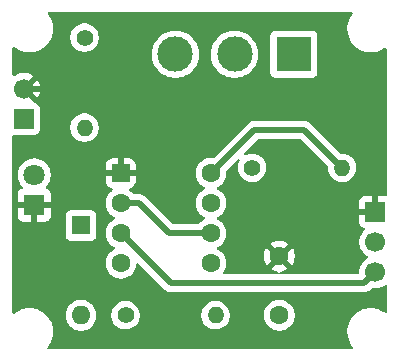
<source format=gtl>
G04 #@! TF.GenerationSoftware,KiCad,Pcbnew,9.0.1*
G04 #@! TF.CreationDate,2025-08-17T13:01:09+05:00*
G04 #@! TF.ProjectId,servo_tester,73657276-6f5f-4746-9573-7465722e6b69,rev?*
G04 #@! TF.SameCoordinates,Original*
G04 #@! TF.FileFunction,Copper,L1,Top*
G04 #@! TF.FilePolarity,Positive*
%FSLAX46Y46*%
G04 Gerber Fmt 4.6, Leading zero omitted, Abs format (unit mm)*
G04 Created by KiCad (PCBNEW 9.0.1) date 2025-08-17 13:01:09*
%MOMM*%
%LPD*%
G01*
G04 APERTURE LIST*
G04 Aperture macros list*
%AMRoundRect*
0 Rectangle with rounded corners*
0 $1 Rounding radius*
0 $2 $3 $4 $5 $6 $7 $8 $9 X,Y pos of 4 corners*
0 Add a 4 corners polygon primitive as box body*
4,1,4,$2,$3,$4,$5,$6,$7,$8,$9,$2,$3,0*
0 Add four circle primitives for the rounded corners*
1,1,$1+$1,$2,$3*
1,1,$1+$1,$4,$5*
1,1,$1+$1,$6,$7*
1,1,$1+$1,$8,$9*
0 Add four rect primitives between the rounded corners*
20,1,$1+$1,$2,$3,$4,$5,0*
20,1,$1+$1,$4,$5,$6,$7,0*
20,1,$1+$1,$6,$7,$8,$9,0*
20,1,$1+$1,$8,$9,$2,$3,0*%
G04 Aperture macros list end*
G04 #@! TA.AperFunction,ComponentPad*
%ADD10C,1.400000*%
G04 #@! TD*
G04 #@! TA.AperFunction,ComponentPad*
%ADD11O,1.400000X1.400000*%
G04 #@! TD*
G04 #@! TA.AperFunction,ComponentPad*
%ADD12R,1.700000X1.700000*%
G04 #@! TD*
G04 #@! TA.AperFunction,ComponentPad*
%ADD13C,1.700000*%
G04 #@! TD*
G04 #@! TA.AperFunction,ComponentPad*
%ADD14R,1.600000X1.600000*%
G04 #@! TD*
G04 #@! TA.AperFunction,ComponentPad*
%ADD15O,1.600000X1.600000*%
G04 #@! TD*
G04 #@! TA.AperFunction,ComponentPad*
%ADD16RoundRect,0.250000X-0.550000X-0.550000X0.550000X-0.550000X0.550000X0.550000X-0.550000X0.550000X0*%
G04 #@! TD*
G04 #@! TA.AperFunction,ComponentPad*
%ADD17C,1.600000*%
G04 #@! TD*
G04 #@! TA.AperFunction,ComponentPad*
%ADD18R,1.800000X1.800000*%
G04 #@! TD*
G04 #@! TA.AperFunction,ComponentPad*
%ADD19C,1.800000*%
G04 #@! TD*
G04 #@! TA.AperFunction,ComponentPad*
%ADD20R,3.000000X3.000000*%
G04 #@! TD*
G04 #@! TA.AperFunction,ComponentPad*
%ADD21C,3.000000*%
G04 #@! TD*
G04 #@! TA.AperFunction,Conductor*
%ADD22C,0.500000*%
G04 #@! TD*
G04 APERTURE END LIST*
D10*
X140980000Y-102510000D03*
D11*
X148600000Y-102510000D03*
D12*
X162115000Y-93760000D03*
D13*
X162115000Y-96300000D03*
X162115000Y-98840000D03*
D14*
X137200000Y-94900000D03*
D15*
X137200000Y-102520000D03*
D16*
X140580000Y-90480000D03*
D17*
X140580000Y-93020000D03*
X140580000Y-95560000D03*
X140580000Y-98100000D03*
X148200000Y-98100000D03*
X148200000Y-95560000D03*
X148200000Y-93020000D03*
X148200000Y-90480000D03*
D12*
X132385000Y-85875000D03*
D13*
X132385000Y-83335000D03*
D10*
X137500000Y-79000000D03*
D11*
X137500000Y-86620000D03*
D18*
X133250000Y-93170000D03*
D19*
X133250000Y-90630000D03*
D17*
X154000000Y-102510000D03*
X154000000Y-97510000D03*
D10*
X151690000Y-90010000D03*
D11*
X159310000Y-90010000D03*
D20*
X155200000Y-80400000D03*
D21*
X150200000Y-80400000D03*
X145200000Y-80400000D03*
D22*
X142120000Y-93020000D02*
X144660000Y-95560000D01*
X140580000Y-93020000D02*
X142120000Y-93020000D01*
X144660000Y-95560000D02*
X148200000Y-95560000D01*
X140580000Y-86320000D02*
X140580000Y-90480000D01*
X140600000Y-86300000D02*
X140580000Y-86320000D01*
X137635000Y-83335000D02*
X140600000Y-86300000D01*
X132385000Y-83335000D02*
X137635000Y-83335000D01*
X148200000Y-90480000D02*
X151880000Y-86800000D01*
X151880000Y-86800000D02*
X156100000Y-86800000D01*
X156100000Y-86800000D02*
X159310000Y-90010000D01*
X161155000Y-99800000D02*
X144800000Y-99800000D01*
X162115000Y-98840000D02*
X161155000Y-99800000D01*
X144800000Y-99780000D02*
X140580000Y-95560000D01*
X144800000Y-99800000D02*
X144800000Y-99780000D01*
G04 #@! TA.AperFunction,Conductor*
G36*
X160156258Y-76820185D02*
G01*
X160202013Y-76872989D01*
X160211957Y-76942147D01*
X160187595Y-76999985D01*
X160145206Y-77055227D01*
X160083072Y-77136201D01*
X159951958Y-77363299D01*
X159951953Y-77363309D01*
X159851605Y-77605571D01*
X159851602Y-77605581D01*
X159791722Y-77829060D01*
X159783730Y-77858885D01*
X159749500Y-78118872D01*
X159749500Y-78381127D01*
X159770741Y-78542455D01*
X159783730Y-78641116D01*
X159851602Y-78894418D01*
X159851605Y-78894428D01*
X159951953Y-79136690D01*
X159951958Y-79136700D01*
X160083075Y-79363803D01*
X160242718Y-79571851D01*
X160242726Y-79571860D01*
X160428140Y-79757274D01*
X160428148Y-79757281D01*
X160636196Y-79916924D01*
X160863299Y-80048041D01*
X160863309Y-80048046D01*
X161019024Y-80112545D01*
X161105581Y-80148398D01*
X161358884Y-80216270D01*
X161618880Y-80250500D01*
X161618887Y-80250500D01*
X161881113Y-80250500D01*
X161881120Y-80250500D01*
X162141116Y-80216270D01*
X162394419Y-80148398D01*
X162636697Y-80048043D01*
X162863803Y-79916924D01*
X162900013Y-79889139D01*
X162965182Y-79863944D01*
X163033627Y-79877982D01*
X163083617Y-79926795D01*
X163099500Y-79987514D01*
X163099500Y-92286000D01*
X163079815Y-92353039D01*
X163027011Y-92398794D01*
X162975500Y-92410000D01*
X162365000Y-92410000D01*
X162365000Y-93326988D01*
X162307993Y-93294075D01*
X162180826Y-93260000D01*
X162049174Y-93260000D01*
X161922007Y-93294075D01*
X161865000Y-93326988D01*
X161865000Y-92410000D01*
X161217155Y-92410000D01*
X161157627Y-92416401D01*
X161157620Y-92416403D01*
X161022913Y-92466645D01*
X161022906Y-92466649D01*
X160907812Y-92552809D01*
X160907809Y-92552812D01*
X160821649Y-92667906D01*
X160821645Y-92667913D01*
X160771403Y-92802620D01*
X160771401Y-92802627D01*
X160765000Y-92862155D01*
X160765000Y-93510000D01*
X161681988Y-93510000D01*
X161649075Y-93567007D01*
X161615000Y-93694174D01*
X161615000Y-93825826D01*
X161649075Y-93952993D01*
X161681988Y-94010000D01*
X160765000Y-94010000D01*
X160765000Y-94657844D01*
X160771401Y-94717372D01*
X160771403Y-94717379D01*
X160821645Y-94852086D01*
X160821649Y-94852093D01*
X160907809Y-94967187D01*
X160907812Y-94967190D01*
X161022906Y-95053350D01*
X161022913Y-95053354D01*
X161154470Y-95102422D01*
X161210404Y-95144293D01*
X161234821Y-95209758D01*
X161219969Y-95278031D01*
X161198819Y-95306285D01*
X161084889Y-95420215D01*
X160959951Y-95592179D01*
X160863444Y-95781585D01*
X160863443Y-95781587D01*
X160863443Y-95781588D01*
X160855029Y-95807483D01*
X160797753Y-95983760D01*
X160772406Y-96143796D01*
X160764500Y-96193713D01*
X160764500Y-96406287D01*
X160797754Y-96616243D01*
X160846897Y-96767490D01*
X160863444Y-96818414D01*
X160959951Y-97007820D01*
X161084890Y-97179786D01*
X161235213Y-97330109D01*
X161407182Y-97455050D01*
X161415946Y-97459516D01*
X161466742Y-97507491D01*
X161483536Y-97575312D01*
X161460998Y-97641447D01*
X161415946Y-97680484D01*
X161407182Y-97684949D01*
X161235213Y-97809890D01*
X161084890Y-97960213D01*
X160959951Y-98132179D01*
X160863444Y-98321585D01*
X160797753Y-98523760D01*
X160764500Y-98733713D01*
X160764500Y-98925500D01*
X160744815Y-98992539D01*
X160692011Y-99038294D01*
X160640500Y-99049500D01*
X154165741Y-99049500D01*
X154098702Y-99029815D01*
X154052947Y-98977011D01*
X154043003Y-98907853D01*
X154072028Y-98844297D01*
X154130806Y-98806523D01*
X154146343Y-98803027D01*
X154304417Y-98777990D01*
X154499031Y-98714755D01*
X154681349Y-98621859D01*
X154725921Y-98589474D01*
X154046447Y-97910000D01*
X154052661Y-97910000D01*
X154154394Y-97882741D01*
X154245606Y-97830080D01*
X154320080Y-97755606D01*
X154372741Y-97664394D01*
X154400000Y-97562661D01*
X154400000Y-97556447D01*
X155079474Y-98235921D01*
X155111859Y-98191349D01*
X155204755Y-98009031D01*
X155267990Y-97814417D01*
X155300000Y-97612317D01*
X155300000Y-97407682D01*
X155267990Y-97205582D01*
X155204755Y-97010968D01*
X155111859Y-96828650D01*
X155079474Y-96784077D01*
X155079474Y-96784076D01*
X154400000Y-97463551D01*
X154400000Y-97457339D01*
X154372741Y-97355606D01*
X154320080Y-97264394D01*
X154245606Y-97189920D01*
X154154394Y-97137259D01*
X154052661Y-97110000D01*
X154046446Y-97110000D01*
X154725922Y-96430524D01*
X154725921Y-96430523D01*
X154681359Y-96398147D01*
X154681350Y-96398141D01*
X154499031Y-96305244D01*
X154304417Y-96242009D01*
X154102317Y-96210000D01*
X153897683Y-96210000D01*
X153695582Y-96242009D01*
X153500968Y-96305244D01*
X153318644Y-96398143D01*
X153274077Y-96430523D01*
X153274077Y-96430524D01*
X153953554Y-97110000D01*
X153947339Y-97110000D01*
X153845606Y-97137259D01*
X153754394Y-97189920D01*
X153679920Y-97264394D01*
X153627259Y-97355606D01*
X153600000Y-97457339D01*
X153600000Y-97463553D01*
X152920524Y-96784077D01*
X152920523Y-96784077D01*
X152888143Y-96828644D01*
X152795244Y-97010968D01*
X152732009Y-97205582D01*
X152700000Y-97407682D01*
X152700000Y-97612317D01*
X152732009Y-97814417D01*
X152795244Y-98009031D01*
X152888141Y-98191350D01*
X152888147Y-98191359D01*
X152920523Y-98235921D01*
X152920524Y-98235922D01*
X153600000Y-97556446D01*
X153600000Y-97562661D01*
X153627259Y-97664394D01*
X153679920Y-97755606D01*
X153754394Y-97830080D01*
X153845606Y-97882741D01*
X153947339Y-97910000D01*
X153953553Y-97910000D01*
X153274076Y-98589474D01*
X153318650Y-98621859D01*
X153500968Y-98714755D01*
X153695582Y-98777990D01*
X153853657Y-98803027D01*
X153916792Y-98832956D01*
X153953723Y-98892268D01*
X153952725Y-98962130D01*
X153914115Y-99020363D01*
X153850151Y-99048477D01*
X153834259Y-99049500D01*
X149361018Y-99049500D01*
X149293979Y-99029815D01*
X149248224Y-98977011D01*
X149238280Y-98907853D01*
X149260700Y-98852615D01*
X149294187Y-98806523D01*
X149312287Y-98781610D01*
X149405220Y-98599219D01*
X149468477Y-98404534D01*
X149500500Y-98202352D01*
X149500500Y-97997648D01*
X149479261Y-97863553D01*
X149468477Y-97795465D01*
X149405218Y-97600776D01*
X149357686Y-97507491D01*
X149312287Y-97418390D01*
X149312286Y-97418388D01*
X149191971Y-97252786D01*
X149047213Y-97108028D01*
X148881614Y-96987715D01*
X148875006Y-96984348D01*
X148788917Y-96940483D01*
X148738123Y-96892511D01*
X148721328Y-96824690D01*
X148743865Y-96758555D01*
X148788917Y-96719516D01*
X148881610Y-96672287D01*
X148958754Y-96616239D01*
X149047213Y-96551971D01*
X149047215Y-96551968D01*
X149047219Y-96551966D01*
X149191966Y-96407219D01*
X149193652Y-96404898D01*
X149193653Y-96404898D01*
X149262236Y-96310500D01*
X149312287Y-96241610D01*
X149405220Y-96059219D01*
X149468477Y-95864534D01*
X149500500Y-95662352D01*
X149500500Y-95457648D01*
X149468477Y-95255466D01*
X149405220Y-95060781D01*
X149405218Y-95060778D01*
X149405218Y-95060776D01*
X149348519Y-94949500D01*
X149312287Y-94878390D01*
X149262236Y-94809500D01*
X149191971Y-94712786D01*
X149047213Y-94568028D01*
X148881614Y-94447715D01*
X148841331Y-94427190D01*
X148788917Y-94400483D01*
X148738123Y-94352511D01*
X148721328Y-94284690D01*
X148743865Y-94218555D01*
X148788917Y-94179516D01*
X148881610Y-94132287D01*
X148991939Y-94052129D01*
X149047213Y-94011971D01*
X149047215Y-94011968D01*
X149047219Y-94011966D01*
X149191966Y-93867219D01*
X149191968Y-93867215D01*
X149191971Y-93867213D01*
X149257008Y-93777695D01*
X149312287Y-93701610D01*
X149405220Y-93519219D01*
X149468477Y-93324534D01*
X149500500Y-93122352D01*
X149500500Y-92917648D01*
X149474052Y-92750667D01*
X149468477Y-92715465D01*
X149439127Y-92625137D01*
X149405220Y-92520781D01*
X149405218Y-92520778D01*
X149405218Y-92520776D01*
X149362555Y-92437046D01*
X149312287Y-92338390D01*
X149304556Y-92327749D01*
X149191971Y-92172786D01*
X149047213Y-92028028D01*
X148881614Y-91907715D01*
X148874884Y-91904286D01*
X148788917Y-91860483D01*
X148738123Y-91812511D01*
X148721328Y-91744690D01*
X148743865Y-91678555D01*
X148788917Y-91639516D01*
X148881610Y-91592287D01*
X148902770Y-91576913D01*
X149047213Y-91471971D01*
X149047215Y-91471968D01*
X149047219Y-91471966D01*
X149191966Y-91327219D01*
X149191968Y-91327215D01*
X149191971Y-91327213D01*
X149244732Y-91254590D01*
X149312287Y-91161610D01*
X149405220Y-90979219D01*
X149468477Y-90784534D01*
X149500500Y-90582352D01*
X149500500Y-90377648D01*
X149491681Y-90321971D01*
X149500635Y-90252680D01*
X149526470Y-90214896D01*
X150424074Y-89317292D01*
X150485395Y-89283809D01*
X150555087Y-89288793D01*
X150611020Y-89330665D01*
X150635437Y-89396129D01*
X150622238Y-89461269D01*
X150577455Y-89549160D01*
X150519059Y-89728881D01*
X150489500Y-89915513D01*
X150489500Y-90104486D01*
X150519059Y-90291118D01*
X150577454Y-90470836D01*
X150634275Y-90582352D01*
X150663240Y-90639199D01*
X150774310Y-90792073D01*
X150907927Y-90925690D01*
X151060801Y-91036760D01*
X151140347Y-91077290D01*
X151229163Y-91122545D01*
X151229165Y-91122545D01*
X151229168Y-91122547D01*
X151325497Y-91153846D01*
X151408881Y-91180940D01*
X151595514Y-91210500D01*
X151595519Y-91210500D01*
X151784486Y-91210500D01*
X151971118Y-91180940D01*
X152150832Y-91122547D01*
X152319199Y-91036760D01*
X152472073Y-90925690D01*
X152605690Y-90792073D01*
X152716760Y-90639199D01*
X152802547Y-90470832D01*
X152860940Y-90291118D01*
X152873013Y-90214893D01*
X152890500Y-90104486D01*
X152890500Y-89915513D01*
X152860940Y-89728881D01*
X152829715Y-89632781D01*
X152802547Y-89549168D01*
X152802545Y-89549165D01*
X152802545Y-89549163D01*
X152716759Y-89380800D01*
X152707251Y-89367713D01*
X152605690Y-89227927D01*
X152472073Y-89094310D01*
X152319199Y-88983240D01*
X152264038Y-88955134D01*
X152150836Y-88897454D01*
X151971118Y-88839059D01*
X151784486Y-88809500D01*
X151784481Y-88809500D01*
X151595519Y-88809500D01*
X151595514Y-88809500D01*
X151408881Y-88839059D01*
X151229160Y-88897455D01*
X151141269Y-88942238D01*
X151072599Y-88955134D01*
X151007859Y-88928857D01*
X150967603Y-88871750D01*
X150964611Y-88801944D01*
X150997291Y-88744075D01*
X152154549Y-87586819D01*
X152215872Y-87553334D01*
X152242230Y-87550500D01*
X155737770Y-87550500D01*
X155804809Y-87570185D01*
X155825451Y-87586819D01*
X158073181Y-89834548D01*
X158106666Y-89895871D01*
X158109500Y-89922229D01*
X158109500Y-90104486D01*
X158139059Y-90291118D01*
X158197454Y-90470836D01*
X158254275Y-90582352D01*
X158283240Y-90639199D01*
X158394310Y-90792073D01*
X158527927Y-90925690D01*
X158680801Y-91036760D01*
X158760347Y-91077290D01*
X158849163Y-91122545D01*
X158849165Y-91122545D01*
X158849168Y-91122547D01*
X158945497Y-91153846D01*
X159028881Y-91180940D01*
X159215514Y-91210500D01*
X159215519Y-91210500D01*
X159404486Y-91210500D01*
X159591118Y-91180940D01*
X159770832Y-91122547D01*
X159939199Y-91036760D01*
X160092073Y-90925690D01*
X160225690Y-90792073D01*
X160336760Y-90639199D01*
X160422547Y-90470832D01*
X160480940Y-90291118D01*
X160493013Y-90214893D01*
X160510500Y-90104486D01*
X160510500Y-89915513D01*
X160480940Y-89728881D01*
X160449715Y-89632781D01*
X160422547Y-89549168D01*
X160422545Y-89549165D01*
X160422545Y-89549163D01*
X160336759Y-89380800D01*
X160327251Y-89367713D01*
X160225690Y-89227927D01*
X160092073Y-89094310D01*
X159939199Y-88983240D01*
X159884038Y-88955134D01*
X159770836Y-88897454D01*
X159591118Y-88839059D01*
X159404486Y-88809500D01*
X159404481Y-88809500D01*
X159222229Y-88809500D01*
X159155190Y-88789815D01*
X159134548Y-88773181D01*
X156578421Y-86217052D01*
X156578414Y-86217046D01*
X156491791Y-86159167D01*
X156491791Y-86159168D01*
X156455495Y-86134916D01*
X156455492Y-86134914D01*
X156455491Y-86134914D01*
X156318917Y-86078343D01*
X156318907Y-86078340D01*
X156173920Y-86049500D01*
X156173918Y-86049500D01*
X151806082Y-86049500D01*
X151806080Y-86049500D01*
X151661092Y-86078340D01*
X151661082Y-86078343D01*
X151524508Y-86134914D01*
X151524505Y-86134915D01*
X151524505Y-86134916D01*
X151488209Y-86159168D01*
X151488208Y-86159167D01*
X151401585Y-86217046D01*
X151401578Y-86217052D01*
X148465104Y-89153526D01*
X148403781Y-89187011D01*
X148358025Y-89188318D01*
X148302352Y-89179500D01*
X148097648Y-89179500D01*
X148073329Y-89183351D01*
X147895465Y-89211522D01*
X147700776Y-89274781D01*
X147518386Y-89367715D01*
X147352786Y-89488028D01*
X147208028Y-89632786D01*
X147087715Y-89798386D01*
X146994781Y-89980776D01*
X146931522Y-90175465D01*
X146899500Y-90377648D01*
X146899500Y-90582351D01*
X146931522Y-90784534D01*
X146994781Y-90979223D01*
X147046117Y-91079973D01*
X147067809Y-91122547D01*
X147087715Y-91161613D01*
X147208028Y-91327213D01*
X147352786Y-91471971D01*
X147507749Y-91584556D01*
X147518390Y-91592287D01*
X147609840Y-91638883D01*
X147611080Y-91639515D01*
X147661876Y-91687490D01*
X147678671Y-91755311D01*
X147656134Y-91821446D01*
X147611080Y-91860485D01*
X147518386Y-91907715D01*
X147352786Y-92028028D01*
X147208028Y-92172786D01*
X147087715Y-92338386D01*
X146994781Y-92520776D01*
X146931522Y-92715465D01*
X146899500Y-92917648D01*
X146899500Y-93122351D01*
X146931522Y-93324534D01*
X146994781Y-93519223D01*
X147054283Y-93636000D01*
X147083924Y-93694174D01*
X147087715Y-93701613D01*
X147208028Y-93867213D01*
X147352786Y-94011971D01*
X147498487Y-94117827D01*
X147518390Y-94132287D01*
X147606874Y-94177372D01*
X147611080Y-94179515D01*
X147661876Y-94227490D01*
X147678671Y-94295311D01*
X147656134Y-94361446D01*
X147611080Y-94400485D01*
X147518386Y-94447715D01*
X147352786Y-94568028D01*
X147208032Y-94712782D01*
X147208028Y-94712787D01*
X147174900Y-94758385D01*
X147119571Y-94801051D01*
X147074582Y-94809500D01*
X145022229Y-94809500D01*
X144955190Y-94789815D01*
X144934548Y-94773181D01*
X142598421Y-92437052D01*
X142598414Y-92437046D01*
X142524729Y-92387812D01*
X142524729Y-92387813D01*
X142475491Y-92354913D01*
X142338917Y-92298343D01*
X142338907Y-92298340D01*
X142193920Y-92269500D01*
X142193918Y-92269500D01*
X141705418Y-92269500D01*
X141638379Y-92249815D01*
X141605100Y-92218385D01*
X141571971Y-92172787D01*
X141571967Y-92172782D01*
X141427217Y-92028032D01*
X141427212Y-92028028D01*
X141333051Y-91959616D01*
X141290385Y-91904286D01*
X141284406Y-91834673D01*
X141317012Y-91772878D01*
X141366933Y-91741592D01*
X141449117Y-91714359D01*
X141449124Y-91714356D01*
X141598345Y-91622315D01*
X141722315Y-91498345D01*
X141814356Y-91349124D01*
X141814358Y-91349119D01*
X141869505Y-91182697D01*
X141869506Y-91182690D01*
X141879999Y-91079986D01*
X141880000Y-91079973D01*
X141880000Y-90730000D01*
X140895686Y-90730000D01*
X140900080Y-90725606D01*
X140952741Y-90634394D01*
X140980000Y-90532661D01*
X140980000Y-90427339D01*
X140952741Y-90325606D01*
X140900080Y-90234394D01*
X140895686Y-90230000D01*
X141879999Y-90230000D01*
X141879999Y-89880028D01*
X141879998Y-89880013D01*
X141869505Y-89777302D01*
X141814358Y-89610880D01*
X141814356Y-89610875D01*
X141722315Y-89461654D01*
X141598345Y-89337684D01*
X141449124Y-89245643D01*
X141449119Y-89245641D01*
X141282697Y-89190494D01*
X141282690Y-89190493D01*
X141179986Y-89180000D01*
X140830000Y-89180000D01*
X140830000Y-90164314D01*
X140825606Y-90159920D01*
X140734394Y-90107259D01*
X140632661Y-90080000D01*
X140527339Y-90080000D01*
X140425606Y-90107259D01*
X140334394Y-90159920D01*
X140330000Y-90164314D01*
X140330000Y-89180000D01*
X139980028Y-89180000D01*
X139980012Y-89180001D01*
X139877302Y-89190494D01*
X139710880Y-89245641D01*
X139710875Y-89245643D01*
X139561654Y-89337684D01*
X139437684Y-89461654D01*
X139345643Y-89610875D01*
X139345641Y-89610880D01*
X139290494Y-89777302D01*
X139290493Y-89777309D01*
X139280000Y-89880013D01*
X139280000Y-90230000D01*
X140264314Y-90230000D01*
X140259920Y-90234394D01*
X140207259Y-90325606D01*
X140180000Y-90427339D01*
X140180000Y-90532661D01*
X140207259Y-90634394D01*
X140259920Y-90725606D01*
X140264314Y-90730000D01*
X139280001Y-90730000D01*
X139280001Y-91079986D01*
X139290494Y-91182697D01*
X139345641Y-91349119D01*
X139345643Y-91349124D01*
X139437684Y-91498345D01*
X139561654Y-91622315D01*
X139710875Y-91714356D01*
X139710882Y-91714359D01*
X139793067Y-91741592D01*
X139850512Y-91781364D01*
X139877336Y-91845880D01*
X139865021Y-91914656D01*
X139826949Y-91959616D01*
X139732787Y-92028028D01*
X139732782Y-92028032D01*
X139588028Y-92172786D01*
X139467715Y-92338386D01*
X139374781Y-92520776D01*
X139311522Y-92715465D01*
X139279500Y-92917648D01*
X139279500Y-93122351D01*
X139311522Y-93324534D01*
X139374781Y-93519223D01*
X139434283Y-93636000D01*
X139463924Y-93694174D01*
X139467715Y-93701613D01*
X139588028Y-93867213D01*
X139732786Y-94011971D01*
X139878487Y-94117827D01*
X139898390Y-94132287D01*
X139986874Y-94177372D01*
X139991080Y-94179515D01*
X140041876Y-94227490D01*
X140058671Y-94295311D01*
X140036134Y-94361446D01*
X139991080Y-94400485D01*
X139898386Y-94447715D01*
X139732786Y-94568028D01*
X139588028Y-94712786D01*
X139467715Y-94878386D01*
X139374781Y-95060776D01*
X139311522Y-95255465D01*
X139279500Y-95457648D01*
X139279500Y-95662351D01*
X139311522Y-95864534D01*
X139374781Y-96059223D01*
X139438691Y-96184653D01*
X139446766Y-96200500D01*
X139467715Y-96241613D01*
X139588028Y-96407213D01*
X139732786Y-96551971D01*
X139821251Y-96616243D01*
X139898390Y-96672287D01*
X139989840Y-96718883D01*
X139991080Y-96719515D01*
X140041876Y-96767490D01*
X140058671Y-96835311D01*
X140036134Y-96901446D01*
X139991080Y-96940485D01*
X139898386Y-96987715D01*
X139732786Y-97108028D01*
X139588028Y-97252786D01*
X139467715Y-97418386D01*
X139374781Y-97600776D01*
X139311522Y-97795465D01*
X139279500Y-97997648D01*
X139279500Y-98202351D01*
X139311522Y-98404534D01*
X139374781Y-98599223D01*
X139467715Y-98781613D01*
X139588028Y-98947213D01*
X139732786Y-99091971D01*
X139887749Y-99204556D01*
X139898390Y-99212287D01*
X140014607Y-99271503D01*
X140080776Y-99305218D01*
X140080778Y-99305218D01*
X140080781Y-99305220D01*
X140185137Y-99339127D01*
X140275465Y-99368477D01*
X140376557Y-99384488D01*
X140477648Y-99400500D01*
X140477649Y-99400500D01*
X140682351Y-99400500D01*
X140682352Y-99400500D01*
X140884534Y-99368477D01*
X141079219Y-99305220D01*
X141261610Y-99212287D01*
X141354590Y-99144732D01*
X141427213Y-99091971D01*
X141427215Y-99091968D01*
X141427219Y-99091966D01*
X141571966Y-98947219D01*
X141571968Y-98947215D01*
X141571971Y-98947213D01*
X141640699Y-98852615D01*
X141692287Y-98781610D01*
X141785220Y-98599219D01*
X141848477Y-98404534D01*
X141880500Y-98202352D01*
X141880500Y-98202345D01*
X141880779Y-98200584D01*
X141910708Y-98137450D01*
X141970019Y-98100518D01*
X142039882Y-98101516D01*
X142090933Y-98132301D01*
X144168138Y-100209505D01*
X144183559Y-100228295D01*
X144217048Y-100278416D01*
X144321580Y-100382948D01*
X144321584Y-100382951D01*
X144444498Y-100465080D01*
X144444511Y-100465087D01*
X144581082Y-100521656D01*
X144581087Y-100521658D01*
X144581091Y-100521658D01*
X144581092Y-100521659D01*
X144726079Y-100550500D01*
X144726082Y-100550500D01*
X161228920Y-100550500D01*
X161326462Y-100531096D01*
X161373913Y-100521658D01*
X161510495Y-100465084D01*
X161559729Y-100432186D01*
X161633416Y-100382952D01*
X161806195Y-100210171D01*
X161867514Y-100176689D01*
X161913265Y-100175382D01*
X162008713Y-100190500D01*
X162008715Y-100190500D01*
X162221286Y-100190500D01*
X162221287Y-100190500D01*
X162431243Y-100157246D01*
X162633412Y-100091557D01*
X162822816Y-99995051D01*
X162902616Y-99937073D01*
X162968421Y-99913594D01*
X163036475Y-99929419D01*
X163085170Y-99979525D01*
X163099500Y-100037392D01*
X163099500Y-102162485D01*
X163079815Y-102229524D01*
X163027011Y-102275279D01*
X162957853Y-102285223D01*
X162900014Y-102260861D01*
X162863802Y-102233075D01*
X162636700Y-102101958D01*
X162636690Y-102101953D01*
X162394428Y-102001605D01*
X162394421Y-102001603D01*
X162394419Y-102001602D01*
X162141116Y-101933730D01*
X162083339Y-101926123D01*
X161881127Y-101899500D01*
X161881120Y-101899500D01*
X161618880Y-101899500D01*
X161618872Y-101899500D01*
X161387772Y-101929926D01*
X161358884Y-101933730D01*
X161105581Y-102001602D01*
X161105571Y-102001605D01*
X160863309Y-102101953D01*
X160863299Y-102101958D01*
X160636196Y-102233075D01*
X160428148Y-102392718D01*
X160242718Y-102578148D01*
X160083075Y-102786196D01*
X159951958Y-103013299D01*
X159951953Y-103013309D01*
X159851605Y-103255571D01*
X159851602Y-103255581D01*
X159785583Y-103501971D01*
X159783730Y-103508885D01*
X159749500Y-103768872D01*
X159749500Y-104031127D01*
X159770436Y-104190140D01*
X159783730Y-104291116D01*
X159805178Y-104371161D01*
X159851602Y-104544418D01*
X159851605Y-104544428D01*
X159951953Y-104786690D01*
X159951958Y-104786700D01*
X160083075Y-105013803D01*
X160225961Y-105200013D01*
X160251156Y-105265182D01*
X160237118Y-105333627D01*
X160188304Y-105383617D01*
X160127586Y-105399500D01*
X134472414Y-105399500D01*
X134405375Y-105379815D01*
X134359620Y-105327011D01*
X134349676Y-105257853D01*
X134374039Y-105200013D01*
X134516924Y-105013803D01*
X134648041Y-104786700D01*
X134648046Y-104786690D01*
X134748394Y-104544428D01*
X134748398Y-104544419D01*
X134816270Y-104291116D01*
X134850500Y-104031120D01*
X134850500Y-103768880D01*
X134816270Y-103508884D01*
X134748398Y-103255581D01*
X134726044Y-103201613D01*
X134648046Y-103013309D01*
X134648041Y-103013299D01*
X134516924Y-102786196D01*
X134357281Y-102578148D01*
X134357274Y-102578140D01*
X134196782Y-102417648D01*
X135899500Y-102417648D01*
X135899500Y-102622351D01*
X135931522Y-102824534D01*
X135994781Y-103019223D01*
X136049889Y-103127376D01*
X136082619Y-103191613D01*
X136087715Y-103201613D01*
X136208028Y-103367213D01*
X136352786Y-103511971D01*
X136504622Y-103622284D01*
X136518390Y-103632287D01*
X136613877Y-103680940D01*
X136700776Y-103725218D01*
X136700778Y-103725218D01*
X136700781Y-103725220D01*
X136805137Y-103759127D01*
X136895465Y-103788477D01*
X136996557Y-103804488D01*
X137097648Y-103820500D01*
X137097649Y-103820500D01*
X137302351Y-103820500D01*
X137302352Y-103820500D01*
X137504534Y-103788477D01*
X137699219Y-103725220D01*
X137881610Y-103632287D01*
X138013093Y-103536760D01*
X138047213Y-103511971D01*
X138047215Y-103511968D01*
X138047219Y-103511966D01*
X138191966Y-103367219D01*
X138191968Y-103367215D01*
X138191971Y-103367213D01*
X138246562Y-103292073D01*
X138312287Y-103201610D01*
X138405220Y-103019219D01*
X138468477Y-102824534D01*
X138500500Y-102622352D01*
X138500500Y-102417648D01*
X138500162Y-102415513D01*
X139779500Y-102415513D01*
X139779500Y-102604486D01*
X139809059Y-102791118D01*
X139867454Y-102970836D01*
X139892107Y-103019219D01*
X139953240Y-103139199D01*
X140064310Y-103292073D01*
X140197927Y-103425690D01*
X140350801Y-103536760D01*
X140430347Y-103577290D01*
X140519163Y-103622545D01*
X140519165Y-103622545D01*
X140519168Y-103622547D01*
X140615497Y-103653846D01*
X140698881Y-103680940D01*
X140885514Y-103710500D01*
X140885519Y-103710500D01*
X141074486Y-103710500D01*
X141261118Y-103680940D01*
X141440832Y-103622547D01*
X141609199Y-103536760D01*
X141762073Y-103425690D01*
X141895690Y-103292073D01*
X142006760Y-103139199D01*
X142092547Y-102970832D01*
X142150940Y-102791118D01*
X142177670Y-102622351D01*
X142180500Y-102604486D01*
X142180500Y-102415513D01*
X147399500Y-102415513D01*
X147399500Y-102604486D01*
X147429059Y-102791118D01*
X147487454Y-102970836D01*
X147512107Y-103019219D01*
X147573240Y-103139199D01*
X147684310Y-103292073D01*
X147817927Y-103425690D01*
X147970801Y-103536760D01*
X148050347Y-103577290D01*
X148139163Y-103622545D01*
X148139165Y-103622545D01*
X148139168Y-103622547D01*
X148235497Y-103653846D01*
X148318881Y-103680940D01*
X148505514Y-103710500D01*
X148505519Y-103710500D01*
X148694486Y-103710500D01*
X148881118Y-103680940D01*
X149060832Y-103622547D01*
X149229199Y-103536760D01*
X149382073Y-103425690D01*
X149515690Y-103292073D01*
X149626760Y-103139199D01*
X149712547Y-102970832D01*
X149770940Y-102791118D01*
X149797670Y-102622351D01*
X149800500Y-102604486D01*
X149800500Y-102415513D01*
X149799254Y-102407648D01*
X152699500Y-102407648D01*
X152699500Y-102612351D01*
X152731522Y-102814534D01*
X152794781Y-103009223D01*
X152887715Y-103191613D01*
X153008028Y-103357213D01*
X153152786Y-103501971D01*
X153307749Y-103614556D01*
X153318390Y-103622287D01*
X153433503Y-103680940D01*
X153500776Y-103715218D01*
X153500778Y-103715218D01*
X153500781Y-103715220D01*
X153605137Y-103749127D01*
X153695465Y-103778477D01*
X153758602Y-103788477D01*
X153897648Y-103810500D01*
X153897649Y-103810500D01*
X154102351Y-103810500D01*
X154102352Y-103810500D01*
X154304534Y-103778477D01*
X154499219Y-103715220D01*
X154681610Y-103622287D01*
X154799330Y-103536759D01*
X154847213Y-103501971D01*
X154847215Y-103501968D01*
X154847219Y-103501966D01*
X154991966Y-103357219D01*
X154991968Y-103357215D01*
X154991971Y-103357213D01*
X155058295Y-103265924D01*
X155112287Y-103191610D01*
X155205220Y-103009219D01*
X155268477Y-102814534D01*
X155300500Y-102612352D01*
X155300500Y-102407648D01*
X155293395Y-102362789D01*
X155268477Y-102205465D01*
X155234844Y-102101953D01*
X155205220Y-102010781D01*
X155205218Y-102010778D01*
X155205218Y-102010776D01*
X155148519Y-101899500D01*
X155112287Y-101828390D01*
X155104556Y-101817749D01*
X154991971Y-101662786D01*
X154847213Y-101518028D01*
X154681613Y-101397715D01*
X154681612Y-101397714D01*
X154681610Y-101397713D01*
X154624653Y-101368691D01*
X154499223Y-101304781D01*
X154304534Y-101241522D01*
X154129995Y-101213878D01*
X154102352Y-101209500D01*
X153897648Y-101209500D01*
X153873329Y-101213351D01*
X153695465Y-101241522D01*
X153500776Y-101304781D01*
X153318386Y-101397715D01*
X153152786Y-101518028D01*
X153008028Y-101662786D01*
X152887715Y-101828386D01*
X152794781Y-102010776D01*
X152731522Y-102205465D01*
X152699500Y-102407648D01*
X149799254Y-102407648D01*
X149770940Y-102228881D01*
X149743846Y-102145497D01*
X149712547Y-102049168D01*
X149712545Y-102049165D01*
X149712545Y-102049163D01*
X149667290Y-101960347D01*
X149626760Y-101880801D01*
X149515690Y-101727927D01*
X149382073Y-101594310D01*
X149229199Y-101483240D01*
X149060836Y-101397454D01*
X148881118Y-101339059D01*
X148694486Y-101309500D01*
X148694481Y-101309500D01*
X148505519Y-101309500D01*
X148505514Y-101309500D01*
X148318881Y-101339059D01*
X148139163Y-101397454D01*
X147970800Y-101483240D01*
X147883579Y-101546610D01*
X147817927Y-101594310D01*
X147817925Y-101594312D01*
X147817924Y-101594312D01*
X147684312Y-101727924D01*
X147684312Y-101727925D01*
X147684310Y-101727927D01*
X147636610Y-101793579D01*
X147573240Y-101880800D01*
X147487454Y-102049163D01*
X147429059Y-102228881D01*
X147399500Y-102415513D01*
X142180500Y-102415513D01*
X142150940Y-102228881D01*
X142123846Y-102145497D01*
X142092547Y-102049168D01*
X142092545Y-102049165D01*
X142092545Y-102049163D01*
X142047290Y-101960347D01*
X142006760Y-101880801D01*
X141895690Y-101727927D01*
X141762073Y-101594310D01*
X141609199Y-101483240D01*
X141440836Y-101397454D01*
X141261118Y-101339059D01*
X141074486Y-101309500D01*
X141074481Y-101309500D01*
X140885519Y-101309500D01*
X140885514Y-101309500D01*
X140698881Y-101339059D01*
X140519163Y-101397454D01*
X140350800Y-101483240D01*
X140263579Y-101546610D01*
X140197927Y-101594310D01*
X140197925Y-101594312D01*
X140197924Y-101594312D01*
X140064312Y-101727924D01*
X140064312Y-101727925D01*
X140064310Y-101727927D01*
X140016610Y-101793579D01*
X139953240Y-101880800D01*
X139867454Y-102049163D01*
X139809059Y-102228881D01*
X139779500Y-102415513D01*
X138500162Y-102415513D01*
X138468477Y-102215466D01*
X138465227Y-102205465D01*
X138405218Y-102020776D01*
X138343424Y-101899500D01*
X138312287Y-101838390D01*
X138232032Y-101727927D01*
X138191971Y-101672786D01*
X138047213Y-101528028D01*
X137881613Y-101407715D01*
X137881612Y-101407714D01*
X137881610Y-101407713D01*
X137824653Y-101378691D01*
X137699223Y-101314781D01*
X137504534Y-101251522D01*
X137329995Y-101223878D01*
X137302352Y-101219500D01*
X137097648Y-101219500D01*
X137073329Y-101223351D01*
X136895465Y-101251522D01*
X136700776Y-101314781D01*
X136518386Y-101407715D01*
X136352786Y-101528028D01*
X136208028Y-101672786D01*
X136087715Y-101838386D01*
X135994781Y-102020776D01*
X135931522Y-102215465D01*
X135899500Y-102417648D01*
X134196782Y-102417648D01*
X134171860Y-102392726D01*
X134171851Y-102392718D01*
X133963803Y-102233075D01*
X133736700Y-102101958D01*
X133736690Y-102101953D01*
X133494428Y-102001605D01*
X133494421Y-102001603D01*
X133494419Y-102001602D01*
X133241116Y-101933730D01*
X133183339Y-101926123D01*
X132981127Y-101899500D01*
X132981120Y-101899500D01*
X132718880Y-101899500D01*
X132718872Y-101899500D01*
X132487772Y-101929926D01*
X132458884Y-101933730D01*
X132205581Y-102001602D01*
X132205571Y-102001605D01*
X131963309Y-102101953D01*
X131963299Y-102101958D01*
X131736201Y-102233072D01*
X131681197Y-102275279D01*
X131599985Y-102337595D01*
X131534818Y-102362789D01*
X131466373Y-102348751D01*
X131416383Y-102299937D01*
X131400500Y-102239219D01*
X131400500Y-90519778D01*
X131849500Y-90519778D01*
X131849500Y-90740222D01*
X131857713Y-90792074D01*
X131883985Y-90957952D01*
X131952103Y-91167603D01*
X131952104Y-91167606D01*
X132020122Y-91301096D01*
X132044591Y-91349119D01*
X132052187Y-91364025D01*
X132181752Y-91542358D01*
X132181756Y-91542363D01*
X132232316Y-91592923D01*
X132265801Y-91654246D01*
X132260817Y-91723938D01*
X132218945Y-91779871D01*
X132187969Y-91796785D01*
X132107918Y-91826643D01*
X132107906Y-91826649D01*
X131992812Y-91912809D01*
X131992809Y-91912812D01*
X131906649Y-92027906D01*
X131906645Y-92027913D01*
X131856403Y-92162620D01*
X131856401Y-92162627D01*
X131850000Y-92222155D01*
X131850000Y-92920000D01*
X132874722Y-92920000D01*
X132830667Y-92996306D01*
X132800000Y-93110756D01*
X132800000Y-93229244D01*
X132830667Y-93343694D01*
X132874722Y-93420000D01*
X131850000Y-93420000D01*
X131850000Y-94117844D01*
X131856401Y-94177372D01*
X131856403Y-94177379D01*
X131906645Y-94312086D01*
X131906649Y-94312093D01*
X131992809Y-94427187D01*
X131992812Y-94427190D01*
X132107906Y-94513350D01*
X132107913Y-94513354D01*
X132242620Y-94563596D01*
X132242627Y-94563598D01*
X132302155Y-94569999D01*
X132302172Y-94570000D01*
X133000000Y-94570000D01*
X133000000Y-93545277D01*
X133076306Y-93589333D01*
X133190756Y-93620000D01*
X133309244Y-93620000D01*
X133423694Y-93589333D01*
X133500000Y-93545277D01*
X133500000Y-94570000D01*
X134197828Y-94570000D01*
X134197844Y-94569999D01*
X134257372Y-94563598D01*
X134257379Y-94563596D01*
X134392086Y-94513354D01*
X134392093Y-94513350D01*
X134507187Y-94427190D01*
X134507190Y-94427187D01*
X134593350Y-94312093D01*
X134593354Y-94312086D01*
X134643596Y-94177379D01*
X134643598Y-94177372D01*
X134649999Y-94117844D01*
X134650000Y-94117827D01*
X134650000Y-94052135D01*
X135899500Y-94052135D01*
X135899500Y-95747870D01*
X135899501Y-95747876D01*
X135905908Y-95807483D01*
X135956202Y-95942328D01*
X135956206Y-95942335D01*
X136042452Y-96057544D01*
X136042455Y-96057547D01*
X136157664Y-96143793D01*
X136157671Y-96143797D01*
X136292517Y-96194091D01*
X136292516Y-96194091D01*
X136299444Y-96194835D01*
X136352127Y-96200500D01*
X138047872Y-96200499D01*
X138107483Y-96194091D01*
X138242331Y-96143796D01*
X138357546Y-96057546D01*
X138443796Y-95942331D01*
X138494091Y-95807483D01*
X138500500Y-95747873D01*
X138500499Y-94052128D01*
X138494091Y-93992517D01*
X138447355Y-93867212D01*
X138443797Y-93857671D01*
X138443793Y-93857664D01*
X138357547Y-93742455D01*
X138357544Y-93742452D01*
X138242335Y-93656206D01*
X138242328Y-93656202D01*
X138107482Y-93605908D01*
X138107483Y-93605908D01*
X138047883Y-93599501D01*
X138047881Y-93599500D01*
X138047873Y-93599500D01*
X138047864Y-93599500D01*
X136352129Y-93599500D01*
X136352123Y-93599501D01*
X136292516Y-93605908D01*
X136157671Y-93656202D01*
X136157664Y-93656206D01*
X136042455Y-93742452D01*
X136042452Y-93742455D01*
X135956206Y-93857664D01*
X135956202Y-93857671D01*
X135905908Y-93992517D01*
X135903817Y-94011971D01*
X135899501Y-94052123D01*
X135899500Y-94052135D01*
X134650000Y-94052135D01*
X134650000Y-93420000D01*
X133625278Y-93420000D01*
X133669333Y-93343694D01*
X133700000Y-93229244D01*
X133700000Y-93110756D01*
X133669333Y-92996306D01*
X133625278Y-92920000D01*
X134650000Y-92920000D01*
X134650000Y-92222172D01*
X134649999Y-92222155D01*
X134643598Y-92162627D01*
X134643596Y-92162620D01*
X134593354Y-92027913D01*
X134593350Y-92027906D01*
X134507190Y-91912812D01*
X134507187Y-91912809D01*
X134392093Y-91826649D01*
X134392087Y-91826646D01*
X134312030Y-91796786D01*
X134256097Y-91754914D01*
X134231680Y-91689450D01*
X134246532Y-91621177D01*
X134267681Y-91592925D01*
X134318242Y-91542365D01*
X134447815Y-91364022D01*
X134547895Y-91167606D01*
X134616015Y-90957951D01*
X134650500Y-90740222D01*
X134650500Y-90519778D01*
X134616015Y-90302049D01*
X134551824Y-90104486D01*
X134547896Y-90092396D01*
X134547895Y-90092393D01*
X134466760Y-89933159D01*
X134466759Y-89933157D01*
X134447814Y-89895976D01*
X134318247Y-89717641D01*
X134318243Y-89717636D01*
X134162363Y-89561756D01*
X134162358Y-89561752D01*
X133984025Y-89432187D01*
X133984024Y-89432186D01*
X133984022Y-89432185D01*
X133913259Y-89396129D01*
X133787606Y-89332104D01*
X133787603Y-89332103D01*
X133577952Y-89263985D01*
X133469086Y-89246742D01*
X133360222Y-89229500D01*
X133139778Y-89229500D01*
X133067201Y-89240995D01*
X132922047Y-89263985D01*
X132712396Y-89332103D01*
X132712393Y-89332104D01*
X132515974Y-89432187D01*
X132337641Y-89561752D01*
X132337636Y-89561756D01*
X132181756Y-89717636D01*
X132181752Y-89717641D01*
X132052187Y-89895974D01*
X131952104Y-90092393D01*
X131952103Y-90092396D01*
X131883985Y-90302047D01*
X131883985Y-90302049D01*
X131849500Y-90519778D01*
X131400500Y-90519778D01*
X131400500Y-87349499D01*
X131420185Y-87282460D01*
X131472989Y-87236705D01*
X131524495Y-87225499D01*
X133282872Y-87225499D01*
X133342483Y-87219091D01*
X133477331Y-87168796D01*
X133592546Y-87082546D01*
X133678796Y-86967331D01*
X133729091Y-86832483D01*
X133735500Y-86772873D01*
X133735500Y-86525513D01*
X136299500Y-86525513D01*
X136299500Y-86714486D01*
X136329059Y-86901118D01*
X136387454Y-87080836D01*
X136432273Y-87168797D01*
X136473240Y-87249199D01*
X136584310Y-87402073D01*
X136717927Y-87535690D01*
X136870801Y-87646760D01*
X136950347Y-87687290D01*
X137039163Y-87732545D01*
X137039165Y-87732545D01*
X137039168Y-87732547D01*
X137135497Y-87763846D01*
X137218881Y-87790940D01*
X137405514Y-87820500D01*
X137405519Y-87820500D01*
X137594486Y-87820500D01*
X137781118Y-87790940D01*
X137960832Y-87732547D01*
X138129199Y-87646760D01*
X138282073Y-87535690D01*
X138415690Y-87402073D01*
X138526760Y-87249199D01*
X138612547Y-87080832D01*
X138670940Y-86901118D01*
X138681811Y-86832482D01*
X138700500Y-86714486D01*
X138700500Y-86525513D01*
X138670940Y-86338881D01*
X138612545Y-86159163D01*
X138567290Y-86070347D01*
X138526760Y-85990801D01*
X138415690Y-85837927D01*
X138282073Y-85704310D01*
X138129199Y-85593240D01*
X137960836Y-85507454D01*
X137781118Y-85449059D01*
X137594486Y-85419500D01*
X137594481Y-85419500D01*
X137405519Y-85419500D01*
X137405514Y-85419500D01*
X137218881Y-85449059D01*
X137039163Y-85507454D01*
X136870800Y-85593240D01*
X136783579Y-85656610D01*
X136717927Y-85704310D01*
X136717925Y-85704312D01*
X136717924Y-85704312D01*
X136584312Y-85837924D01*
X136584312Y-85837925D01*
X136584310Y-85837927D01*
X136536610Y-85903579D01*
X136473240Y-85990800D01*
X136387454Y-86159163D01*
X136329059Y-86338881D01*
X136299500Y-86525513D01*
X133735500Y-86525513D01*
X133735499Y-85837927D01*
X133735499Y-84977129D01*
X133735498Y-84977123D01*
X133729091Y-84917516D01*
X133678797Y-84782671D01*
X133678793Y-84782664D01*
X133592547Y-84667455D01*
X133592544Y-84667452D01*
X133477335Y-84581206D01*
X133477328Y-84581202D01*
X133342482Y-84530908D01*
X133342483Y-84530908D01*
X133282883Y-84524501D01*
X133282881Y-84524500D01*
X133282873Y-84524500D01*
X133282865Y-84524500D01*
X133272309Y-84524500D01*
X133205270Y-84504815D01*
X133184628Y-84488181D01*
X132514409Y-83817962D01*
X132577993Y-83800925D01*
X132692007Y-83735099D01*
X132785099Y-83642007D01*
X132850925Y-83527993D01*
X132867962Y-83464408D01*
X133500270Y-84096717D01*
X133500270Y-84096716D01*
X133539622Y-84042554D01*
X133636095Y-83853217D01*
X133701757Y-83651130D01*
X133701757Y-83651127D01*
X133735000Y-83441246D01*
X133735000Y-83228753D01*
X133701757Y-83018872D01*
X133701757Y-83018869D01*
X133636095Y-82816782D01*
X133539624Y-82627449D01*
X133500270Y-82573282D01*
X133500269Y-82573282D01*
X132867962Y-83205590D01*
X132850925Y-83142007D01*
X132785099Y-83027993D01*
X132692007Y-82934901D01*
X132577993Y-82869075D01*
X132514407Y-82852036D01*
X133146716Y-82219728D01*
X133092550Y-82180375D01*
X132903217Y-82083904D01*
X132701129Y-82018242D01*
X132491246Y-81985000D01*
X132278754Y-81985000D01*
X132068872Y-82018242D01*
X132068869Y-82018242D01*
X131866782Y-82083904D01*
X131677446Y-82180376D01*
X131597385Y-82238544D01*
X131531578Y-82262023D01*
X131463524Y-82246197D01*
X131414830Y-82196091D01*
X131400500Y-82138225D01*
X131400500Y-80268872D01*
X143199500Y-80268872D01*
X143199500Y-80531127D01*
X143226123Y-80733339D01*
X143233730Y-80791116D01*
X143301602Y-81044418D01*
X143301605Y-81044428D01*
X143401953Y-81286690D01*
X143401958Y-81286700D01*
X143533075Y-81513803D01*
X143692718Y-81721851D01*
X143692726Y-81721860D01*
X143878140Y-81907274D01*
X143878148Y-81907281D01*
X144086196Y-82066924D01*
X144313299Y-82198041D01*
X144313309Y-82198046D01*
X144555571Y-82298394D01*
X144555581Y-82298398D01*
X144808884Y-82366270D01*
X145057188Y-82398960D01*
X145068864Y-82400498D01*
X145068880Y-82400500D01*
X145068887Y-82400500D01*
X145331113Y-82400500D01*
X145331120Y-82400500D01*
X145591116Y-82366270D01*
X145844419Y-82298398D01*
X146086697Y-82198043D01*
X146313803Y-82066924D01*
X146521851Y-81907282D01*
X146521855Y-81907277D01*
X146521860Y-81907274D01*
X146707274Y-81721860D01*
X146707277Y-81721855D01*
X146707282Y-81721851D01*
X146866924Y-81513803D01*
X146998043Y-81286697D01*
X147098398Y-81044419D01*
X147166270Y-80791116D01*
X147200500Y-80531120D01*
X147200500Y-80268880D01*
X147200499Y-80268872D01*
X148199500Y-80268872D01*
X148199500Y-80531127D01*
X148226123Y-80733339D01*
X148233730Y-80791116D01*
X148301602Y-81044418D01*
X148301605Y-81044428D01*
X148401953Y-81286690D01*
X148401958Y-81286700D01*
X148533075Y-81513803D01*
X148692718Y-81721851D01*
X148692726Y-81721860D01*
X148878140Y-81907274D01*
X148878148Y-81907281D01*
X149086196Y-82066924D01*
X149313299Y-82198041D01*
X149313309Y-82198046D01*
X149555571Y-82298394D01*
X149555581Y-82298398D01*
X149808884Y-82366270D01*
X150057188Y-82398960D01*
X150068864Y-82400498D01*
X150068880Y-82400500D01*
X150068887Y-82400500D01*
X150331113Y-82400500D01*
X150331120Y-82400500D01*
X150591116Y-82366270D01*
X150844419Y-82298398D01*
X151086697Y-82198043D01*
X151313803Y-82066924D01*
X151521851Y-81907282D01*
X151521855Y-81907277D01*
X151521860Y-81907274D01*
X151707274Y-81721860D01*
X151707277Y-81721855D01*
X151707282Y-81721851D01*
X151866924Y-81513803D01*
X151998043Y-81286697D01*
X152098398Y-81044419D01*
X152166270Y-80791116D01*
X152200500Y-80531120D01*
X152200500Y-80268880D01*
X152166270Y-80008884D01*
X152098398Y-79755581D01*
X152046049Y-79629199D01*
X151998046Y-79513309D01*
X151998041Y-79513299D01*
X151866924Y-79286196D01*
X151707281Y-79078148D01*
X151707274Y-79078140D01*
X151521860Y-78892726D01*
X151521851Y-78892718D01*
X151468963Y-78852135D01*
X153199500Y-78852135D01*
X153199500Y-81947870D01*
X153199501Y-81947876D01*
X153205908Y-82007483D01*
X153256202Y-82142328D01*
X153256206Y-82142335D01*
X153342452Y-82257544D01*
X153342455Y-82257547D01*
X153457664Y-82343793D01*
X153457671Y-82343797D01*
X153592517Y-82394091D01*
X153592516Y-82394091D01*
X153599444Y-82394835D01*
X153652127Y-82400500D01*
X156747872Y-82400499D01*
X156807483Y-82394091D01*
X156942331Y-82343796D01*
X157057546Y-82257546D01*
X157143796Y-82142331D01*
X157194091Y-82007483D01*
X157200500Y-81947873D01*
X157200499Y-78852128D01*
X157194091Y-78792517D01*
X157143796Y-78657669D01*
X157143795Y-78657668D01*
X157143793Y-78657664D01*
X157057547Y-78542455D01*
X157057544Y-78542452D01*
X156942335Y-78456206D01*
X156942328Y-78456202D01*
X156807482Y-78405908D01*
X156807483Y-78405908D01*
X156747883Y-78399501D01*
X156747881Y-78399500D01*
X156747873Y-78399500D01*
X156747864Y-78399500D01*
X153652129Y-78399500D01*
X153652123Y-78399501D01*
X153592516Y-78405908D01*
X153457671Y-78456202D01*
X153457664Y-78456206D01*
X153342455Y-78542452D01*
X153342452Y-78542455D01*
X153256206Y-78657664D01*
X153256202Y-78657671D01*
X153205908Y-78792517D01*
X153199501Y-78852116D01*
X153199501Y-78852123D01*
X153199500Y-78852135D01*
X151468963Y-78852135D01*
X151313803Y-78733075D01*
X151086700Y-78601958D01*
X151086690Y-78601953D01*
X150844428Y-78501605D01*
X150844421Y-78501603D01*
X150844419Y-78501602D01*
X150591116Y-78433730D01*
X150533339Y-78426123D01*
X150331127Y-78399500D01*
X150331120Y-78399500D01*
X150068880Y-78399500D01*
X150068872Y-78399500D01*
X149837772Y-78429926D01*
X149808884Y-78433730D01*
X149555581Y-78501602D01*
X149555571Y-78501605D01*
X149313309Y-78601953D01*
X149313299Y-78601958D01*
X149086196Y-78733075D01*
X148878148Y-78892718D01*
X148692718Y-79078148D01*
X148533075Y-79286196D01*
X148401958Y-79513299D01*
X148401953Y-79513309D01*
X148301605Y-79755571D01*
X148301602Y-79755581D01*
X148258371Y-79916924D01*
X148233730Y-80008885D01*
X148199500Y-80268872D01*
X147200499Y-80268872D01*
X147166270Y-80008884D01*
X147098398Y-79755581D01*
X147046049Y-79629199D01*
X146998046Y-79513309D01*
X146998041Y-79513299D01*
X146866924Y-79286196D01*
X146707281Y-79078148D01*
X146707274Y-79078140D01*
X146521860Y-78892726D01*
X146521851Y-78892718D01*
X146313803Y-78733075D01*
X146086700Y-78601958D01*
X146086690Y-78601953D01*
X145844428Y-78501605D01*
X145844421Y-78501603D01*
X145844419Y-78501602D01*
X145591116Y-78433730D01*
X145533339Y-78426123D01*
X145331127Y-78399500D01*
X145331120Y-78399500D01*
X145068880Y-78399500D01*
X145068872Y-78399500D01*
X144837772Y-78429926D01*
X144808884Y-78433730D01*
X144555581Y-78501602D01*
X144555571Y-78501605D01*
X144313309Y-78601953D01*
X144313299Y-78601958D01*
X144086196Y-78733075D01*
X143878148Y-78892718D01*
X143692718Y-79078148D01*
X143533075Y-79286196D01*
X143401958Y-79513299D01*
X143401953Y-79513309D01*
X143301605Y-79755571D01*
X143301602Y-79755581D01*
X143258371Y-79916924D01*
X143233730Y-80008885D01*
X143199500Y-80268872D01*
X131400500Y-80268872D01*
X131400500Y-79910780D01*
X131420185Y-79843741D01*
X131472989Y-79797986D01*
X131542147Y-79788042D01*
X131599985Y-79812404D01*
X131640824Y-79843741D01*
X131736196Y-79916924D01*
X131963299Y-80048041D01*
X131963309Y-80048046D01*
X132119024Y-80112545D01*
X132205581Y-80148398D01*
X132458884Y-80216270D01*
X132718880Y-80250500D01*
X132718887Y-80250500D01*
X132981113Y-80250500D01*
X132981120Y-80250500D01*
X133241116Y-80216270D01*
X133494419Y-80148398D01*
X133736697Y-80048043D01*
X133963803Y-79916924D01*
X134171851Y-79757282D01*
X134171855Y-79757277D01*
X134171860Y-79757274D01*
X134357274Y-79571860D01*
X134357277Y-79571855D01*
X134357282Y-79571851D01*
X134516924Y-79363803D01*
X134648043Y-79136697D01*
X134665530Y-79094481D01*
X134743800Y-78905519D01*
X134743802Y-78905513D01*
X136299500Y-78905513D01*
X136299500Y-79094486D01*
X136329059Y-79281118D01*
X136387454Y-79460836D01*
X136444024Y-79571860D01*
X136473240Y-79629199D01*
X136584310Y-79782073D01*
X136717927Y-79915690D01*
X136870801Y-80026760D01*
X136950347Y-80067290D01*
X137039163Y-80112545D01*
X137039165Y-80112545D01*
X137039168Y-80112547D01*
X137135497Y-80143846D01*
X137218881Y-80170940D01*
X137405514Y-80200500D01*
X137405519Y-80200500D01*
X137594486Y-80200500D01*
X137781118Y-80170940D01*
X137855136Y-80146890D01*
X137863896Y-80144043D01*
X137960832Y-80112547D01*
X138129199Y-80026760D01*
X138282073Y-79915690D01*
X138415690Y-79782073D01*
X138526760Y-79629199D01*
X138612547Y-79460832D01*
X138670940Y-79281118D01*
X138676710Y-79244687D01*
X138700500Y-79094486D01*
X138700500Y-78905513D01*
X138670940Y-78718881D01*
X138632949Y-78601958D01*
X138612547Y-78539168D01*
X138612545Y-78539165D01*
X138612545Y-78539163D01*
X138532021Y-78381127D01*
X138526760Y-78370801D01*
X138415690Y-78217927D01*
X138282073Y-78084310D01*
X138129199Y-77973240D01*
X137960836Y-77887454D01*
X137781118Y-77829059D01*
X137594486Y-77799500D01*
X137594481Y-77799500D01*
X137405519Y-77799500D01*
X137405514Y-77799500D01*
X137218881Y-77829059D01*
X137039163Y-77887454D01*
X136870800Y-77973240D01*
X136783579Y-78036610D01*
X136717927Y-78084310D01*
X136717925Y-78084312D01*
X136717924Y-78084312D01*
X136584312Y-78217924D01*
X136584312Y-78217925D01*
X136584310Y-78217927D01*
X136536610Y-78283579D01*
X136473240Y-78370800D01*
X136387454Y-78539163D01*
X136329059Y-78718881D01*
X136299500Y-78905513D01*
X134743802Y-78905513D01*
X134748398Y-78894419D01*
X134816270Y-78641116D01*
X134850500Y-78381120D01*
X134850500Y-78118880D01*
X134816270Y-77858884D01*
X134748398Y-77605581D01*
X134650204Y-77368520D01*
X134648046Y-77363309D01*
X134648041Y-77363299D01*
X134516927Y-77136201D01*
X134516924Y-77136197D01*
X134412404Y-76999985D01*
X134387211Y-76934818D01*
X134401249Y-76866373D01*
X134450063Y-76816383D01*
X134510781Y-76800500D01*
X160089219Y-76800500D01*
X160156258Y-76820185D01*
G37*
G04 #@! TD.AperFunction*
M02*

</source>
